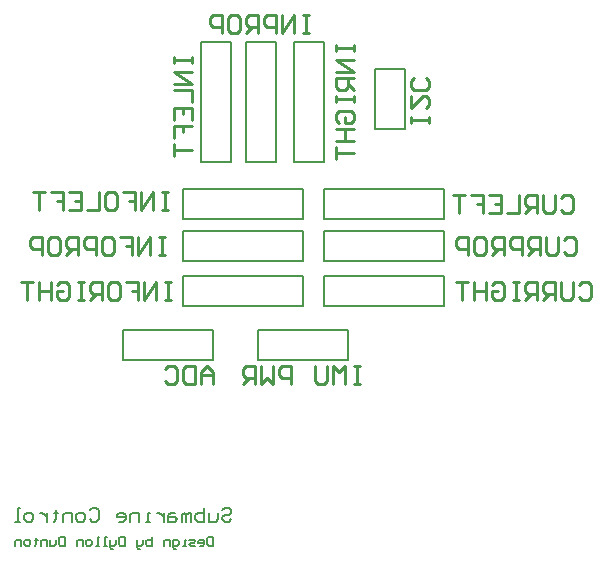
<source format=gbo>
G04 Layer_Color=32896*
%FSLAX25Y25*%
%MOIN*%
G70*
G01*
G75*
%ADD10C,0.01000*%
%ADD23C,0.00787*%
%ADD24C,0.00600*%
D10*
X416000Y587000D02*
Y590999D01*
X414001Y592998D01*
X412001Y590999D01*
Y587000D01*
Y589999D01*
X416000D01*
X410002Y592998D02*
Y587000D01*
X407003D01*
X406003Y588000D01*
Y591998D01*
X407003Y592998D01*
X410002D01*
X400005Y591998D02*
X401005Y592998D01*
X403004D01*
X404004Y591998D01*
Y588000D01*
X403004Y587000D01*
X401005D01*
X400005Y588000D01*
X532001Y648998D02*
X533001Y649998D01*
X535000D01*
X536000Y648998D01*
Y645000D01*
X535000Y644000D01*
X533001D01*
X532001Y645000D01*
X530002Y649998D02*
Y645000D01*
X529002Y644000D01*
X527003D01*
X526003Y645000D01*
Y649998D01*
X524004Y644000D02*
Y649998D01*
X521005D01*
X520005Y648998D01*
Y646999D01*
X521005Y645999D01*
X524004D01*
X522005D02*
X520005Y644000D01*
X518006Y649998D02*
Y644000D01*
X514007D01*
X508009Y649998D02*
X512008D01*
Y644000D01*
X508009D01*
X512008Y646999D02*
X510008D01*
X502011Y649998D02*
X506010D01*
Y646999D01*
X504010D01*
X506010D01*
Y644000D01*
X500012Y649998D02*
X496013D01*
X498012D01*
Y644000D01*
X403002Y696000D02*
Y694001D01*
Y695000D01*
X409000D01*
Y696000D01*
Y694001D01*
Y691002D02*
X403002D01*
X409000Y687003D01*
X403002D01*
Y685004D02*
X409000D01*
Y681005D01*
X403002Y675007D02*
Y679005D01*
X409000D01*
Y675007D01*
X406001Y679005D02*
Y677006D01*
X403002Y669009D02*
Y673007D01*
X406001D01*
Y671008D01*
Y673007D01*
X409000D01*
X403002Y667009D02*
Y663011D01*
Y665010D01*
X409000D01*
X401000Y650998D02*
X399001D01*
X400000D01*
Y645000D01*
X401000D01*
X399001D01*
X396002D02*
Y650998D01*
X392003Y645000D01*
Y650998D01*
X386005D02*
X390004D01*
Y647999D01*
X388004D01*
X390004D01*
Y645000D01*
X381007Y650998D02*
X383006D01*
X384005Y649998D01*
Y646000D01*
X383006Y645000D01*
X381007D01*
X380007Y646000D01*
Y649998D01*
X381007Y650998D01*
X378007D02*
Y645000D01*
X374009D01*
X368011Y650998D02*
X372009D01*
Y645000D01*
X368011D01*
X372009Y647999D02*
X370010D01*
X362013Y650998D02*
X366011D01*
Y647999D01*
X364012D01*
X366011D01*
Y645000D01*
X360013Y650998D02*
X356015D01*
X358014D01*
Y645000D01*
X487998Y674000D02*
Y675999D01*
Y675000D01*
X482000D01*
Y674000D01*
Y675999D01*
Y682997D02*
Y678998D01*
X485999Y682997D01*
X486998D01*
X487998Y681997D01*
Y679998D01*
X486998Y678998D01*
Y688995D02*
X487998Y687995D01*
Y685996D01*
X486998Y684996D01*
X483000D01*
X482000Y685996D01*
Y687995D01*
X483000Y688995D01*
X533001Y634998D02*
X534001Y635998D01*
X536000D01*
X537000Y634998D01*
Y631000D01*
X536000Y630000D01*
X534001D01*
X533001Y631000D01*
X531002Y635998D02*
Y631000D01*
X530002Y630000D01*
X528003D01*
X527003Y631000D01*
Y635998D01*
X525004Y630000D02*
Y635998D01*
X522005D01*
X521005Y634998D01*
Y632999D01*
X522005Y631999D01*
X525004D01*
X523004D02*
X521005Y630000D01*
X519006D02*
Y635998D01*
X516007D01*
X515007Y634998D01*
Y632999D01*
X516007Y631999D01*
X519006D01*
X513008Y630000D02*
Y635998D01*
X510009D01*
X509009Y634998D01*
Y632999D01*
X510009Y631999D01*
X513008D01*
X511008D02*
X509009Y630000D01*
X504011Y635998D02*
X506010D01*
X507010Y634998D01*
Y631000D01*
X506010Y630000D01*
X504011D01*
X503011Y631000D01*
Y634998D01*
X504011Y635998D01*
X501012Y630000D02*
Y635998D01*
X498013D01*
X497013Y634998D01*
Y632999D01*
X498013Y631999D01*
X501012D01*
X465000Y592998D02*
X463001D01*
X464000D01*
Y587000D01*
X465000D01*
X463001D01*
X460002D02*
Y592998D01*
X458002Y590999D01*
X456003Y592998D01*
Y587000D01*
X454004Y592998D02*
Y588000D01*
X453004Y587000D01*
X451005D01*
X450005Y588000D01*
Y592998D01*
X442007Y587000D02*
Y592998D01*
X439008D01*
X438009Y591998D01*
Y589999D01*
X439008Y588999D01*
X442007D01*
X436009Y592998D02*
Y587000D01*
X434010Y588999D01*
X432011Y587000D01*
Y592998D01*
X430011Y587000D02*
Y592998D01*
X427012D01*
X426013Y591998D01*
Y589999D01*
X427012Y588999D01*
X430011D01*
X428012D02*
X426013Y587000D01*
X448000Y709998D02*
X446001D01*
X447000D01*
Y704000D01*
X448000D01*
X446001D01*
X443002D02*
Y709998D01*
X439003Y704000D01*
Y709998D01*
X437004Y704000D02*
Y709998D01*
X434004D01*
X433005Y708998D01*
Y706999D01*
X434004Y705999D01*
X437004D01*
X431005Y704000D02*
Y709998D01*
X428007D01*
X427007Y708998D01*
Y706999D01*
X428007Y705999D01*
X431005D01*
X429006D02*
X427007Y704000D01*
X422008Y709998D02*
X424008D01*
X425007Y708998D01*
Y705000D01*
X424008Y704000D01*
X422008D01*
X421009Y705000D01*
Y708998D01*
X422008Y709998D01*
X419009Y704000D02*
Y709998D01*
X416010D01*
X415011Y708998D01*
Y706999D01*
X416010Y705999D01*
X419009D01*
X400000Y635998D02*
X398001D01*
X399000D01*
Y630000D01*
X400000D01*
X398001D01*
X395002D02*
Y635998D01*
X391003Y630000D01*
Y635998D01*
X385005D02*
X389004D01*
Y632999D01*
X387004D01*
X389004D01*
Y630000D01*
X380007Y635998D02*
X382006D01*
X383005Y634998D01*
Y631000D01*
X382006Y630000D01*
X380007D01*
X379007Y631000D01*
Y634998D01*
X380007Y635998D01*
X377007Y630000D02*
Y635998D01*
X374008D01*
X373009Y634998D01*
Y632999D01*
X374008Y631999D01*
X377007D01*
X371009Y630000D02*
Y635998D01*
X368010D01*
X367011Y634998D01*
Y632999D01*
X368010Y631999D01*
X371009D01*
X369010D02*
X367011Y630000D01*
X362012Y635998D02*
X364012D01*
X365011Y634998D01*
Y631000D01*
X364012Y630000D01*
X362012D01*
X361013Y631000D01*
Y634998D01*
X362012Y635998D01*
X359013Y630000D02*
Y635998D01*
X356014D01*
X355015Y634998D01*
Y632999D01*
X356014Y631999D01*
X359013D01*
X538001Y619998D02*
X539001Y620998D01*
X541000D01*
X542000Y619998D01*
Y616000D01*
X541000Y615000D01*
X539001D01*
X538001Y616000D01*
X536002Y620998D02*
Y616000D01*
X535002Y615000D01*
X533003D01*
X532003Y616000D01*
Y620998D01*
X530004Y615000D02*
Y620998D01*
X527005D01*
X526005Y619998D01*
Y617999D01*
X527005Y616999D01*
X530004D01*
X528005D02*
X526005Y615000D01*
X524006D02*
Y620998D01*
X521007D01*
X520007Y619998D01*
Y617999D01*
X521007Y616999D01*
X524006D01*
X522007D02*
X520007Y615000D01*
X518008Y620998D02*
X516008D01*
X517008D01*
Y615000D01*
X518008D01*
X516008D01*
X509011Y619998D02*
X510010Y620998D01*
X512010D01*
X513009Y619998D01*
Y616000D01*
X512010Y615000D01*
X510010D01*
X509011Y616000D01*
Y617999D01*
X511010D01*
X507011Y620998D02*
Y615000D01*
Y617999D01*
X503013D01*
Y620998D01*
Y615000D01*
X501013Y620998D02*
X497015D01*
X499014D01*
Y615000D01*
X457002Y700000D02*
Y698001D01*
Y699000D01*
X463000D01*
Y700000D01*
Y698001D01*
Y695002D02*
X457002D01*
X463000Y691003D01*
X457002D01*
X463000Y689004D02*
X457002D01*
Y686004D01*
X458002Y685005D01*
X460001D01*
X461001Y686004D01*
Y689004D01*
Y687004D02*
X463000Y685005D01*
X457002Y683006D02*
Y681006D01*
Y682006D01*
X463000D01*
Y683006D01*
Y681006D01*
X458002Y674008D02*
X457002Y675008D01*
Y677007D01*
X458002Y678007D01*
X462000D01*
X463000Y677007D01*
Y675008D01*
X462000Y674008D01*
X460001D01*
Y676008D01*
X457002Y672009D02*
X463000D01*
X460001D01*
Y668010D01*
X457002D01*
X463000D01*
X457002Y666011D02*
Y662012D01*
Y664012D01*
X463000D01*
X402000Y620998D02*
X400001D01*
X401000D01*
Y615000D01*
X402000D01*
X400001D01*
X397002D02*
Y620998D01*
X393003Y615000D01*
Y620998D01*
X387005D02*
X391004D01*
Y617999D01*
X389004D01*
X391004D01*
Y615000D01*
X382007Y620998D02*
X384006D01*
X385005Y619998D01*
Y616000D01*
X384006Y615000D01*
X382007D01*
X381007Y616000D01*
Y619998D01*
X382007Y620998D01*
X379007Y615000D02*
Y620998D01*
X376008D01*
X375009Y619998D01*
Y617999D01*
X376008Y616999D01*
X379007D01*
X377008D02*
X375009Y615000D01*
X373009Y620998D02*
X371010D01*
X372010D01*
Y615000D01*
X373009D01*
X371010D01*
X364012Y619998D02*
X365012Y620998D01*
X367011D01*
X368011Y619998D01*
Y616000D01*
X367011Y615000D01*
X365012D01*
X364012Y616000D01*
Y617999D01*
X366012D01*
X362013Y620998D02*
Y615000D01*
Y617999D01*
X358014D01*
Y620998D01*
Y615000D01*
X356015Y620998D02*
X352016D01*
X354015D01*
Y615000D01*
D23*
X386000Y605000D02*
X416000D01*
Y595000D02*
Y605000D01*
X386000Y595000D02*
X416000D01*
X386000D02*
Y605000D01*
X453000Y613000D02*
Y623000D01*
Y613000D02*
X493000D01*
X453000Y623000D02*
X493000D01*
Y613000D02*
Y623000D01*
X443000Y701000D02*
X453000D01*
X443000Y661000D02*
Y701000D01*
X453000Y661000D02*
Y701000D01*
X443000Y661000D02*
X453000D01*
X446000Y613000D02*
Y623000D01*
X406000D02*
X446000D01*
X406000Y613000D02*
X446000D01*
X406000D02*
Y623000D01*
X446000Y628000D02*
Y638000D01*
X406000D02*
X446000D01*
X406000Y628000D02*
X446000D01*
X406000D02*
Y638000D01*
X446000Y642000D02*
Y652000D01*
X406000D02*
X446000D01*
X406000Y642000D02*
X446000D01*
X406000D02*
Y652000D01*
X453000Y642000D02*
Y652000D01*
Y642000D02*
X493000D01*
X453000Y652000D02*
X493000D01*
Y642000D02*
Y652000D01*
X453000Y628000D02*
Y638000D01*
Y628000D02*
X493000D01*
X453000Y638000D02*
X493000D01*
Y628000D02*
Y638000D01*
X412000Y701000D02*
X422000D01*
X412000Y661000D02*
Y701000D01*
X422000Y661000D02*
Y701000D01*
X412000Y661000D02*
X422000D01*
X427000D02*
X437000D01*
Y701000D01*
X427000Y661000D02*
Y701000D01*
X437000D01*
X480000Y672000D02*
Y692000D01*
X470000Y672000D02*
X480000D01*
X470000D02*
Y692000D01*
X480000D01*
X431000Y595000D02*
Y605000D01*
Y595000D02*
X461000D01*
Y605000D01*
X431000D02*
X461000D01*
D24*
X419001Y544749D02*
X419751Y545499D01*
X421250D01*
X422000Y544749D01*
Y543999D01*
X421250Y543249D01*
X419751D01*
X419001Y542499D01*
Y541750D01*
X419751Y541000D01*
X421250D01*
X422000Y541750D01*
X417501Y543999D02*
Y541750D01*
X416752Y541000D01*
X414502D01*
Y543999D01*
X413003Y545499D02*
Y541000D01*
X410754D01*
X410004Y541750D01*
Y542499D01*
Y543249D01*
X410754Y543999D01*
X413003D01*
X408504Y541000D02*
Y543999D01*
X407755D01*
X407005Y543249D01*
Y541000D01*
Y543249D01*
X406255Y543999D01*
X405505Y543249D01*
Y541000D01*
X403256Y543999D02*
X401756D01*
X401007Y543249D01*
Y541000D01*
X403256D01*
X404006Y541750D01*
X403256Y542499D01*
X401007D01*
X399507Y543999D02*
Y541000D01*
Y542499D01*
X398758Y543249D01*
X398008Y543999D01*
X397258D01*
X395009Y541000D02*
X393509D01*
X394259D01*
Y543999D01*
X395009D01*
X391260Y541000D02*
Y543999D01*
X389011D01*
X388261Y543249D01*
Y541000D01*
X384512D02*
X386012D01*
X386761Y541750D01*
Y543249D01*
X386012Y543999D01*
X384512D01*
X383762Y543249D01*
Y542499D01*
X386761D01*
X374765Y544749D02*
X375515Y545499D01*
X377014D01*
X377764Y544749D01*
Y541750D01*
X377014Y541000D01*
X375515D01*
X374765Y541750D01*
X372516Y541000D02*
X371016D01*
X370267Y541750D01*
Y543249D01*
X371016Y543999D01*
X372516D01*
X373266Y543249D01*
Y541750D01*
X372516Y541000D01*
X368767D02*
Y543999D01*
X366518D01*
X365768Y543249D01*
Y541000D01*
X363519Y544749D02*
Y543999D01*
X364269D01*
X362769D01*
X363519D01*
Y541750D01*
X362769Y541000D01*
X360520Y543999D02*
Y541000D01*
Y542499D01*
X359770Y543249D01*
X359020Y543999D01*
X358271D01*
X355272Y541000D02*
X353772D01*
X353022Y541750D01*
Y543249D01*
X353772Y543999D01*
X355272D01*
X356021Y543249D01*
Y541750D01*
X355272Y541000D01*
X351523D02*
X350023D01*
X350773D01*
Y545499D01*
X351523D01*
X416000Y535999D02*
Y533000D01*
X414501D01*
X414001Y533500D01*
Y535499D01*
X414501Y535999D01*
X416000D01*
X411502Y533000D02*
X412501D01*
X413001Y533500D01*
Y534500D01*
X412501Y534999D01*
X411502D01*
X411002Y534500D01*
Y534000D01*
X413001D01*
X410002Y533000D02*
X408502D01*
X408003Y533500D01*
X408502Y534000D01*
X409502D01*
X410002Y534500D01*
X409502Y534999D01*
X408003D01*
X407003Y533000D02*
X406003D01*
X406503D01*
Y534999D01*
X407003D01*
X403504Y532000D02*
X403004D01*
X402504Y532500D01*
Y534999D01*
X404004D01*
X404504Y534500D01*
Y533500D01*
X404004Y533000D01*
X402504D01*
X401505D02*
Y534999D01*
X400005D01*
X399505Y534500D01*
Y533000D01*
X395507Y535999D02*
Y533000D01*
X394007D01*
X393507Y533500D01*
Y534000D01*
Y534500D01*
X394007Y534999D01*
X395507D01*
X392508D02*
Y533500D01*
X392008Y533000D01*
X390508D01*
Y532500D01*
X391008Y532000D01*
X391508D01*
X390508Y533000D02*
Y534999D01*
X386509Y535999D02*
Y533000D01*
X385010D01*
X384510Y533500D01*
Y535499D01*
X385010Y535999D01*
X386509D01*
X383510Y534999D02*
Y533500D01*
X383011Y533000D01*
X381511D01*
Y532500D01*
X382011Y532000D01*
X382511D01*
X381511Y533000D02*
Y534999D01*
X380511Y533000D02*
X379512D01*
X380012D01*
Y535999D01*
X380511D01*
X378012Y533000D02*
X377013D01*
X377512D01*
Y535999D01*
X378012D01*
X375013Y533000D02*
X374014D01*
X373514Y533500D01*
Y534500D01*
X374014Y534999D01*
X375013D01*
X375513Y534500D01*
Y533500D01*
X375013Y533000D01*
X372514D02*
Y534999D01*
X371015D01*
X370515Y534500D01*
Y533000D01*
X366516Y535999D02*
Y533000D01*
X365017D01*
X364517Y533500D01*
Y535499D01*
X365017Y535999D01*
X366516D01*
X363517Y534999D02*
Y533500D01*
X363017Y533000D01*
X361518D01*
Y534999D01*
X360518Y533000D02*
Y534999D01*
X359018D01*
X358519Y534500D01*
Y533000D01*
X357019Y535499D02*
Y534999D01*
X357519D01*
X356519D01*
X357019D01*
Y533500D01*
X356519Y533000D01*
X354520D02*
X353520D01*
X353020Y533500D01*
Y534500D01*
X353520Y534999D01*
X354520D01*
X355020Y534500D01*
Y533500D01*
X354520Y533000D01*
X352021D02*
Y534999D01*
X350521D01*
X350021Y534500D01*
Y533000D01*
M02*

</source>
